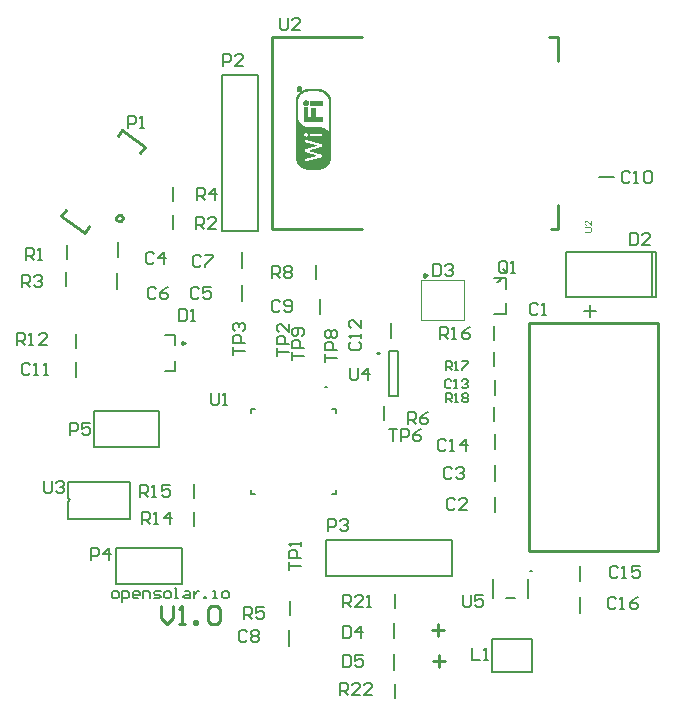
<source format=gto>
G04 Layer_Color=65535*
%FSLAX25Y25*%
%MOIN*%
G70*
G01*
G75*
%ADD32C,0.01000*%
%ADD34C,0.00500*%
%ADD42C,0.00600*%
%ADD43C,0.00787*%
%ADD44C,0.00984*%
%ADD45C,0.00800*%
%ADD46C,0.00400*%
%ADD47C,0.00050*%
G36*
X195232Y166478D02*
X195267D01*
X195309Y166474D01*
X195355Y166470D01*
X195451Y166458D01*
X195551Y166443D01*
X195651Y166424D01*
X195739Y166393D01*
X195743D01*
X195751Y166389D01*
X195762Y166385D01*
X195778Y166378D01*
X195816Y166355D01*
X195870Y166324D01*
X195927Y166282D01*
X195989Y166228D01*
X196046Y166159D01*
X196104Y166082D01*
Y166078D01*
X196112Y166071D01*
X196116Y166059D01*
X196127Y166040D01*
X196135Y166021D01*
X196146Y165994D01*
X196162Y165959D01*
X196173Y165925D01*
X196185Y165886D01*
X196200Y165840D01*
X196212Y165794D01*
X196219Y165740D01*
X196235Y165625D01*
X196242Y165495D01*
Y165491D01*
Y165479D01*
Y165460D01*
X196238Y165437D01*
Y165406D01*
X196235Y165372D01*
X196231Y165333D01*
X196227Y165291D01*
X196212Y165199D01*
X196192Y165103D01*
X196162Y165003D01*
X196123Y164915D01*
Y164911D01*
X196116Y164903D01*
X196112Y164895D01*
X196100Y164880D01*
X196073Y164838D01*
X196031Y164792D01*
X195981Y164738D01*
X195923Y164688D01*
X195851Y164638D01*
X195770Y164596D01*
X195766D01*
X195758Y164592D01*
X195747Y164588D01*
X195728Y164581D01*
X195705Y164573D01*
X195674Y164565D01*
X195639Y164558D01*
X195601Y164550D01*
X195559Y164538D01*
X195513Y164531D01*
X195459Y164523D01*
X195405Y164515D01*
X195344Y164508D01*
X195278Y164504D01*
X195209Y164500D01*
X193677D01*
Y164834D01*
X195217D01*
X195248Y164838D01*
X195321Y164842D01*
X195397Y164849D01*
X195478Y164857D01*
X195555Y164873D01*
X195589Y164880D01*
X195620Y164892D01*
X195628Y164895D01*
X195647Y164903D01*
X195674Y164919D01*
X195709Y164942D01*
X195747Y164969D01*
X195789Y165007D01*
X195827Y165049D01*
X195862Y165103D01*
X195866Y165111D01*
X195874Y165130D01*
X195889Y165161D01*
X195900Y165203D01*
X195916Y165257D01*
X195931Y165318D01*
X195939Y165387D01*
X195943Y165464D01*
Y165468D01*
Y165479D01*
Y165498D01*
X195939Y165525D01*
Y165556D01*
X195935Y165591D01*
X195923Y165667D01*
X195900Y165756D01*
X195874Y165840D01*
X195831Y165921D01*
X195808Y165959D01*
X195778Y165990D01*
X195774D01*
X195770Y165998D01*
X195758Y166005D01*
X195743Y166013D01*
X195724Y166028D01*
X195701Y166040D01*
X195670Y166055D01*
X195635Y166071D01*
X195593Y166082D01*
X195547Y166097D01*
X195497Y166113D01*
X195436Y166124D01*
X195371Y166132D01*
X195301Y166140D01*
X195221Y166147D01*
X193677D01*
Y166481D01*
X195198D01*
X195232Y166478D01*
D02*
G37*
G36*
X196200Y166869D02*
X196158D01*
X196131Y166873D01*
X196100Y166877D01*
X196066Y166881D01*
X196027Y166892D01*
X195989Y166904D01*
X195985D01*
X195981Y166908D01*
X195958Y166915D01*
X195927Y166931D01*
X195881Y166954D01*
X195831Y166981D01*
X195774Y167019D01*
X195716Y167057D01*
X195655Y167107D01*
X195651D01*
X195647Y167115D01*
X195624Y167134D01*
X195589Y167165D01*
X195543Y167211D01*
X195490Y167269D01*
X195424Y167338D01*
X195351Y167422D01*
X195271Y167514D01*
X195267Y167518D01*
X195255Y167534D01*
X195240Y167553D01*
X195213Y167580D01*
X195186Y167614D01*
X195152Y167653D01*
X195079Y167737D01*
X194990Y167829D01*
X194902Y167921D01*
X194860Y167967D01*
X194818Y168006D01*
X194775Y168041D01*
X194737Y168071D01*
X194733D01*
X194729Y168079D01*
X194718Y168087D01*
X194702Y168094D01*
X194664Y168117D01*
X194614Y168144D01*
X194556Y168171D01*
X194495Y168194D01*
X194426Y168209D01*
X194361Y168217D01*
X194353D01*
X194330Y168213D01*
X194295Y168209D01*
X194253Y168202D01*
X194203Y168183D01*
X194153Y168159D01*
X194099Y168129D01*
X194050Y168083D01*
X194046Y168075D01*
X194030Y168060D01*
X194011Y168029D01*
X193984Y167991D01*
X193961Y167941D01*
X193942Y167883D01*
X193927Y167814D01*
X193923Y167737D01*
Y167733D01*
Y167726D01*
Y167714D01*
X193927Y167699D01*
X193931Y167660D01*
X193938Y167610D01*
X193957Y167553D01*
X193981Y167491D01*
X194015Y167434D01*
X194061Y167380D01*
X194069Y167376D01*
X194084Y167361D01*
X194115Y167338D01*
X194157Y167315D01*
X194211Y167288D01*
X194272Y167269D01*
X194345Y167253D01*
X194430Y167246D01*
X194395Y166927D01*
X194380D01*
X194361Y166931D01*
X194338Y166935D01*
X194307Y166942D01*
X194272Y166946D01*
X194195Y166969D01*
X194107Y167000D01*
X194019Y167042D01*
X193931Y167100D01*
X193892Y167130D01*
X193854Y167169D01*
X193850Y167173D01*
X193846Y167180D01*
X193835Y167192D01*
X193823Y167207D01*
X193812Y167230D01*
X193792Y167257D01*
X193777Y167288D01*
X193758Y167322D01*
X193742Y167361D01*
X193723Y167403D01*
X193708Y167453D01*
X193696Y167503D01*
X193673Y167618D01*
X193669Y167680D01*
X193666Y167745D01*
Y167749D01*
Y167760D01*
Y167779D01*
X193669Y167806D01*
X193673Y167837D01*
X193677Y167871D01*
X193681Y167910D01*
X193693Y167952D01*
X193716Y168044D01*
X193750Y168140D01*
X193773Y168190D01*
X193800Y168236D01*
X193835Y168279D01*
X193869Y168321D01*
X193873Y168325D01*
X193877Y168328D01*
X193888Y168340D01*
X193904Y168355D01*
X193927Y168371D01*
X193950Y168390D01*
X194007Y168428D01*
X194080Y168467D01*
X194165Y168501D01*
X194261Y168528D01*
X194315Y168532D01*
X194368Y168536D01*
X194395D01*
X194426Y168532D01*
X194464Y168528D01*
X194510Y168520D01*
X194560Y168509D01*
X194614Y168494D01*
X194668Y168471D01*
X194676Y168467D01*
X194695Y168459D01*
X194722Y168444D01*
X194760Y168421D01*
X194806Y168394D01*
X194860Y168359D01*
X194914Y168313D01*
X194975Y168263D01*
X194983Y168255D01*
X195006Y168236D01*
X195040Y168202D01*
X195063Y168179D01*
X195090Y168152D01*
X195121Y168121D01*
X195156Y168083D01*
X195190Y168044D01*
X195232Y168002D01*
X195275Y167956D01*
X195321Y167902D01*
X195367Y167849D01*
X195421Y167787D01*
X195424Y167783D01*
X195432Y167775D01*
X195443Y167760D01*
X195459Y167741D01*
X195497Y167695D01*
X195547Y167637D01*
X195601Y167580D01*
X195655Y167518D01*
X195701Y167468D01*
X195720Y167449D01*
X195739Y167430D01*
X195743Y167426D01*
X195755Y167418D01*
X195770Y167403D01*
X195793Y167384D01*
X195843Y167342D01*
X195904Y167299D01*
Y168540D01*
X196200D01*
Y166869D01*
D02*
G37*
D32*
X125276Y124587D02*
X124488D01*
X125276D01*
X141000Y150300D02*
X140250Y150733D01*
Y149867D01*
X141000Y150300D01*
X39676Y169438D02*
X39257Y170308D01*
X38315Y170523D01*
X37560Y169921D01*
Y168955D01*
X38315Y168352D01*
X39257Y168567D01*
X39676Y169438D01*
X37986Y196756D02*
X39341Y198691D01*
X45500Y191014D02*
X47081Y193272D01*
X26983Y164569D02*
X28564Y166827D01*
X19243Y169989D02*
X20824Y172246D01*
X39341Y198691D02*
X47081Y193272D01*
X19243Y169989D02*
X26983Y164569D01*
X175000Y58500D02*
X218000D01*
X175000Y134500D02*
X218000D01*
X175000Y58500D02*
Y134500D01*
X218000Y58500D02*
Y134500D01*
X89300Y165900D02*
X119300D01*
X182300D02*
X184800D01*
Y173900D01*
Y221900D02*
Y229900D01*
X181800D02*
X184800D01*
X89300D02*
X119300D01*
X89300Y165900D02*
Y229900D01*
X52300Y40098D02*
Y36099D01*
X54299Y34100D01*
X56299Y36099D01*
Y40098D01*
X58298Y34100D02*
X60297D01*
X59298D01*
Y40098D01*
X58298Y39098D01*
X63296Y34100D02*
Y35100D01*
X64296D01*
Y34100D01*
X63296D01*
X68295Y39098D02*
X69295Y40098D01*
X71294D01*
X72294Y39098D01*
Y35100D01*
X71294Y34100D01*
X69295D01*
X68295Y35100D01*
Y39098D01*
X142800Y31999D02*
X146799D01*
X144799Y33998D02*
Y30000D01*
X143100Y21699D02*
X147099D01*
X145099Y23698D02*
Y19700D01*
D34*
X109335Y105673D02*
X110673D01*
Y104335D02*
Y105673D01*
Y77327D02*
Y78665D01*
X109335Y77327D02*
X110673D01*
X82327D02*
X83665D01*
X82327D02*
Y78665D01*
Y104335D02*
Y105673D01*
X83665D01*
X128500Y110020D02*
Y124980D01*
X131500D01*
Y110020D02*
Y124980D01*
X128500Y110020D02*
X131500D01*
X167425Y42850D02*
X170575D01*
X174709D02*
Y49150D01*
X163291Y42850D02*
Y49150D01*
X149199Y115199D02*
X148699Y115699D01*
X147700D01*
X147200Y115199D01*
Y113200D01*
X147700Y112700D01*
X148699D01*
X149199Y113200D01*
X150199Y112700D02*
X151199D01*
X150699D01*
Y115699D01*
X150199Y115199D01*
X152698D02*
X153198Y115699D01*
X154198D01*
X154698Y115199D01*
Y114699D01*
X154198Y114199D01*
X153698D01*
X154198D01*
X154698Y113700D01*
Y113200D01*
X154198Y112700D01*
X153198D01*
X152698Y113200D01*
X147300Y118700D02*
Y121699D01*
X148800D01*
X149299Y121199D01*
Y120200D01*
X148800Y119700D01*
X147300D01*
X148300D02*
X149299Y118700D01*
X150299D02*
X151299D01*
X150799D01*
Y121699D01*
X150299Y121199D01*
X152798Y121699D02*
X154798D01*
Y121199D01*
X152798Y119200D01*
Y118700D01*
X147400Y108000D02*
Y110999D01*
X148899D01*
X149399Y110499D01*
Y109500D01*
X148899Y109000D01*
X147400D01*
X148400D02*
X149399Y108000D01*
X150399D02*
X151399D01*
X150899D01*
Y110999D01*
X150399Y110499D01*
X152898D02*
X153398Y110999D01*
X154398D01*
X154898Y110499D01*
Y109999D01*
X154398Y109500D01*
X154898Y109000D01*
Y108500D01*
X154398Y108000D01*
X153398D01*
X152898Y108500D01*
Y109000D01*
X153398Y109500D01*
X152898Y109999D01*
Y110499D01*
X153398Y109500D02*
X154398D01*
D42*
X164396Y148200D02*
X165311Y148511D01*
X165700Y149396D01*
X167300Y145900D02*
Y149400D01*
X163600Y137600D02*
X167300D01*
Y141100D01*
X165700Y149400D02*
X167300D01*
X163600D02*
X165700D01*
X89500Y149500D02*
Y153499D01*
X91499D01*
X92166Y152832D01*
Y151499D01*
X91499Y150833D01*
X89500D01*
X90833D02*
X92166Y149500D01*
X93499Y152832D02*
X94165Y153499D01*
X95498D01*
X96165Y152832D01*
Y152166D01*
X95498Y151499D01*
X96165Y150833D01*
Y150166D01*
X95498Y149500D01*
X94165D01*
X93499Y150166D01*
Y150833D01*
X94165Y151499D01*
X93499Y152166D01*
Y152832D01*
X94165Y151499D02*
X95498D01*
X143000Y153999D02*
Y150000D01*
X144999D01*
X145666Y150666D01*
Y153332D01*
X144999Y153999D01*
X143000D01*
X146999Y153332D02*
X147665Y153999D01*
X148998D01*
X149664Y153332D01*
Y152666D01*
X148998Y151999D01*
X148332D01*
X148998D01*
X149664Y151333D01*
Y150666D01*
X148998Y150000D01*
X147665D01*
X146999Y150666D01*
X115500Y119499D02*
Y116166D01*
X116166Y115500D01*
X117499D01*
X118166Y116166D01*
Y119499D01*
X121498Y115500D02*
Y119499D01*
X119499Y117499D01*
X122164D01*
X22000Y97000D02*
Y100999D01*
X23999D01*
X24666Y100332D01*
Y98999D01*
X23999Y98333D01*
X22000D01*
X28664Y100999D02*
X25999D01*
Y98999D01*
X27332Y99666D01*
X27998D01*
X28664Y98999D01*
Y97666D01*
X27998Y97000D01*
X26665D01*
X25999Y97666D01*
X29200Y55600D02*
Y59599D01*
X31199D01*
X31866Y58932D01*
Y57599D01*
X31199Y56933D01*
X29200D01*
X35198Y55600D02*
Y59599D01*
X33199Y57599D01*
X35864D01*
X108200Y65200D02*
Y69199D01*
X110199D01*
X110866Y68532D01*
Y67199D01*
X110199Y66533D01*
X108200D01*
X112199Y68532D02*
X112865Y69199D01*
X114198D01*
X114865Y68532D01*
Y67866D01*
X114198Y67199D01*
X113532D01*
X114198D01*
X114865Y66533D01*
Y65866D01*
X114198Y65200D01*
X112865D01*
X112199Y65866D01*
X73100Y220000D02*
Y223999D01*
X75099D01*
X75766Y223332D01*
Y221999D01*
X75099Y221333D01*
X73100D01*
X79764Y220000D02*
X77099D01*
X79764Y222666D01*
Y223332D01*
X79098Y223999D01*
X77765D01*
X77099Y223332D01*
X13300Y81899D02*
Y78566D01*
X13966Y77900D01*
X15299D01*
X15966Y78566D01*
Y81899D01*
X17299Y81232D02*
X17965Y81899D01*
X19298D01*
X19964Y81232D01*
Y80566D01*
X19298Y79899D01*
X18632D01*
X19298D01*
X19964Y79233D01*
Y78566D01*
X19298Y77900D01*
X17965D01*
X17299Y78566D01*
X69000Y110999D02*
Y107667D01*
X69666Y107000D01*
X70999D01*
X71666Y107667D01*
Y110999D01*
X72999Y107000D02*
X74332D01*
X73665D01*
Y110999D01*
X72999Y110332D01*
X41500Y199500D02*
Y203499D01*
X43499D01*
X44166Y202832D01*
Y201499D01*
X43499Y200833D01*
X41500D01*
X45499Y199500D02*
X46832D01*
X46165D01*
Y203499D01*
X45499Y202832D01*
X134700Y100800D02*
Y104799D01*
X136699D01*
X137366Y104132D01*
Y102799D01*
X136699Y102133D01*
X134700D01*
X136033D02*
X137366Y100800D01*
X141365Y104799D02*
X140032Y104132D01*
X138699Y102799D01*
Y101466D01*
X139365Y100800D01*
X140698D01*
X141365Y101466D01*
Y102133D01*
X140698Y102799D01*
X138699D01*
X178166Y140332D02*
X177499Y140999D01*
X176166D01*
X175500Y140332D01*
Y137666D01*
X176166Y137000D01*
X177499D01*
X178166Y137666D01*
X179499Y137000D02*
X180832D01*
X180165D01*
Y140999D01*
X179499Y140332D01*
X92166Y141332D02*
X91499Y141999D01*
X90166D01*
X89500Y141332D01*
Y138666D01*
X90166Y138000D01*
X91499D01*
X92166Y138666D01*
X93499D02*
X94165Y138000D01*
X95498D01*
X96165Y138666D01*
Y141332D01*
X95498Y141999D01*
X94165D01*
X93499Y141332D01*
Y140666D01*
X94165Y139999D01*
X96165D01*
X208666Y184432D02*
X207999Y185099D01*
X206666D01*
X206000Y184432D01*
Y181766D01*
X206666Y181100D01*
X207999D01*
X208666Y181766D01*
X209999Y181100D02*
X211332D01*
X210665D01*
Y185099D01*
X209999Y184432D01*
X213331D02*
X213997Y185099D01*
X215330D01*
X215997Y184432D01*
Y181766D01*
X215330Y181100D01*
X213997D01*
X213331Y181766D01*
Y184432D01*
X115794Y128166D02*
X115127Y127499D01*
Y126166D01*
X115794Y125500D01*
X118459D01*
X119126Y126166D01*
Y127499D01*
X118459Y128166D01*
X119126Y129499D02*
Y130832D01*
Y130165D01*
X115127D01*
X115794Y129499D01*
X119126Y135497D02*
Y132831D01*
X116460Y135497D01*
X115794D01*
X115127Y134830D01*
Y133497D01*
X115794Y132831D01*
X147566Y95132D02*
X146899Y95799D01*
X145566D01*
X144900Y95132D01*
Y92466D01*
X145566Y91800D01*
X146899D01*
X147566Y92466D01*
X148899Y91800D02*
X150232D01*
X149565D01*
Y95799D01*
X148899Y95132D01*
X154230Y91800D02*
Y95799D01*
X152231Y93799D01*
X154897D01*
X204666Y52832D02*
X203999Y53499D01*
X202666D01*
X202000Y52832D01*
Y50166D01*
X202666Y49500D01*
X203999D01*
X204666Y50166D01*
X205999Y49500D02*
X207332D01*
X206665D01*
Y53499D01*
X205999Y52832D01*
X211997Y53499D02*
X209331D01*
Y51499D01*
X210664Y52166D01*
X211330D01*
X211997Y51499D01*
Y50166D01*
X211330Y49500D01*
X209997D01*
X209331Y50166D01*
X204103Y42332D02*
X203436Y42999D01*
X202103D01*
X201437Y42332D01*
Y39666D01*
X202103Y39000D01*
X203436D01*
X204103Y39666D01*
X205436Y39000D02*
X206769D01*
X206102D01*
Y42999D01*
X205436Y42332D01*
X211434Y42999D02*
X210101Y42332D01*
X208768Y40999D01*
Y39666D01*
X209434Y39000D01*
X210767D01*
X211434Y39666D01*
Y40333D01*
X210767Y40999D01*
X208768D01*
X156000Y25999D02*
Y22000D01*
X158666D01*
X159999D02*
X161332D01*
X160665D01*
Y25999D01*
X159999Y25332D01*
X167666Y151666D02*
Y154332D01*
X166999Y154999D01*
X165666D01*
X165000Y154332D01*
Y151666D01*
X165666Y151000D01*
X166999D01*
X166333Y152333D02*
X167666Y151000D01*
X166999D02*
X167666Y151666D01*
X168999Y151000D02*
X170332D01*
X169665D01*
Y154999D01*
X168999Y154332D01*
X7500Y155500D02*
Y159499D01*
X9499D01*
X10166Y158832D01*
Y157499D01*
X9499Y156833D01*
X7500D01*
X8833D02*
X10166Y155500D01*
X11499D02*
X12832D01*
X12165D01*
Y159499D01*
X11499Y158832D01*
X64174Y165951D02*
Y169950D01*
X66174D01*
X66840Y169283D01*
Y167950D01*
X66174Y167284D01*
X64174D01*
X65507D02*
X66840Y165951D01*
X70839D02*
X68173D01*
X70839Y168617D01*
Y169283D01*
X70173Y169950D01*
X68840D01*
X68173Y169283D01*
X6000Y146500D02*
Y150499D01*
X7999D01*
X8666Y149832D01*
Y148499D01*
X7999Y147833D01*
X6000D01*
X7333D02*
X8666Y146500D01*
X9999Y149832D02*
X10665Y150499D01*
X11998D01*
X12664Y149832D01*
Y149166D01*
X11998Y148499D01*
X11332D01*
X11998D01*
X12664Y147833D01*
Y147167D01*
X11998Y146500D01*
X10665D01*
X9999Y147167D01*
X64400Y175400D02*
Y179399D01*
X66399D01*
X67066Y178732D01*
Y177399D01*
X66399Y176733D01*
X64400D01*
X65733D02*
X67066Y175400D01*
X70398D02*
Y179399D01*
X68399Y177399D01*
X71065D01*
X46043Y67500D02*
Y71499D01*
X48043D01*
X48709Y70832D01*
Y69499D01*
X48043Y68833D01*
X46043D01*
X47376D02*
X48709Y67500D01*
X50042D02*
X51375D01*
X50709D01*
Y71499D01*
X50042Y70832D01*
X55374Y67500D02*
Y71499D01*
X53374Y69499D01*
X56040D01*
X45457Y76500D02*
Y80499D01*
X47456D01*
X48123Y79832D01*
Y78499D01*
X47456Y77833D01*
X45457D01*
X46790D02*
X48123Y76500D01*
X49455D02*
X50788D01*
X50122D01*
Y80499D01*
X49455Y79832D01*
X55453Y80499D02*
X52788D01*
Y78499D01*
X54121Y79166D01*
X54787D01*
X55453Y78499D01*
Y77166D01*
X54787Y76500D01*
X53454D01*
X52788Y77166D01*
X145400Y129100D02*
Y133099D01*
X147399D01*
X148066Y132432D01*
Y131099D01*
X147399Y130433D01*
X145400D01*
X146733D02*
X148066Y129100D01*
X149399D02*
X150732D01*
X150065D01*
Y133099D01*
X149399Y132432D01*
X155397Y133099D02*
X154064Y132432D01*
X152731Y131099D01*
Y129766D01*
X153397Y129100D01*
X154730D01*
X155397Y129766D01*
Y130433D01*
X154730Y131099D01*
X152731D01*
X153260Y43833D02*
Y40501D01*
X153926Y39835D01*
X155259D01*
X155926Y40501D01*
Y43833D01*
X159924D02*
X157258D01*
Y41834D01*
X158591Y42500D01*
X159258D01*
X159924Y41834D01*
Y40501D01*
X159258Y39835D01*
X157925D01*
X157258Y40501D01*
X150603Y75332D02*
X149936Y75999D01*
X148603D01*
X147937Y75332D01*
Y72666D01*
X148603Y72000D01*
X149936D01*
X150603Y72666D01*
X154602Y72000D02*
X151936D01*
X154602Y74666D01*
Y75332D01*
X153935Y75999D01*
X152602D01*
X151936Y75332D01*
X149540Y85832D02*
X148873Y86499D01*
X147540D01*
X146874Y85832D01*
Y83166D01*
X147540Y82500D01*
X148873D01*
X149540Y83166D01*
X150873Y85832D02*
X151539Y86499D01*
X152872D01*
X153539Y85832D01*
Y85166D01*
X152872Y84499D01*
X152206D01*
X152872D01*
X153539Y83833D01*
Y83166D01*
X152872Y82500D01*
X151539D01*
X150873Y83166D01*
X50166Y157332D02*
X49499Y157999D01*
X48166D01*
X47500Y157332D01*
Y154666D01*
X48166Y154000D01*
X49499D01*
X50166Y154666D01*
X53498Y154000D02*
Y157999D01*
X51499Y155999D01*
X54164D01*
X65166Y145832D02*
X64499Y146499D01*
X63166D01*
X62500Y145832D01*
Y143166D01*
X63166Y142500D01*
X64499D01*
X65166Y143166D01*
X69165Y146499D02*
X66499D01*
Y144499D01*
X67832Y145166D01*
X68498D01*
X69165Y144499D01*
Y143166D01*
X68498Y142500D01*
X67165D01*
X66499Y143166D01*
X50666Y145832D02*
X49999Y146499D01*
X48666D01*
X48000Y145832D01*
Y143166D01*
X48666Y142500D01*
X49999D01*
X50666Y143166D01*
X54664Y146499D02*
X53332Y145832D01*
X51999Y144499D01*
Y143166D01*
X52665Y142500D01*
X53998D01*
X54664Y143166D01*
Y143833D01*
X53998Y144499D01*
X51999D01*
X65666Y156332D02*
X64999Y156999D01*
X63666D01*
X63000Y156332D01*
Y153666D01*
X63666Y153000D01*
X64999D01*
X65666Y153666D01*
X66999Y156999D02*
X69665D01*
Y156332D01*
X66999Y153666D01*
Y153000D01*
X81166Y31332D02*
X80499Y31999D01*
X79166D01*
X78500Y31332D01*
Y28666D01*
X79166Y28000D01*
X80499D01*
X81166Y28666D01*
X82499Y31332D02*
X83165Y31999D01*
X84498D01*
X85164Y31332D01*
Y30666D01*
X84498Y29999D01*
X85164Y29333D01*
Y28666D01*
X84498Y28000D01*
X83165D01*
X82499Y28666D01*
Y29333D01*
X83165Y29999D01*
X82499Y30666D01*
Y31332D01*
X83165Y29999D02*
X84498D01*
X8666Y120332D02*
X7999Y120999D01*
X6667D01*
X6000Y120332D01*
Y117666D01*
X6667Y117000D01*
X7999D01*
X8666Y117666D01*
X9999Y117000D02*
X11332D01*
X10665D01*
Y120999D01*
X9999Y120332D01*
X13331Y117000D02*
X14664D01*
X13997D01*
Y120999D01*
X13331Y120332D01*
X58500Y138999D02*
Y135000D01*
X60499D01*
X61166Y135667D01*
Y138332D01*
X60499Y138999D01*
X58500D01*
X62499Y135000D02*
X63832D01*
X63165D01*
Y138999D01*
X62499Y138332D01*
X80200Y35900D02*
Y39899D01*
X82199D01*
X82866Y39232D01*
Y37899D01*
X82199Y37233D01*
X80200D01*
X81533D02*
X82866Y35900D01*
X86865Y39899D02*
X84199D01*
Y37899D01*
X85532Y38566D01*
X86198D01*
X86865Y37899D01*
Y36566D01*
X86198Y35900D01*
X84865D01*
X84199Y36566D01*
X4457Y127000D02*
Y130999D01*
X6456D01*
X7123Y130332D01*
Y128999D01*
X6456Y128333D01*
X4457D01*
X5790D02*
X7123Y127000D01*
X8455D02*
X9788D01*
X9122D01*
Y130999D01*
X8455Y130332D01*
X14454Y127000D02*
X11788D01*
X14454Y129666D01*
Y130332D01*
X13787Y130999D01*
X12454D01*
X11788Y130332D01*
X113013Y39900D02*
Y43899D01*
X115013D01*
X115679Y43232D01*
Y41899D01*
X115013Y41233D01*
X113013D01*
X114346D02*
X115679Y39900D01*
X119678D02*
X117012D01*
X119678Y42566D01*
Y43232D01*
X119011Y43899D01*
X117678D01*
X117012Y43232D01*
X121011Y39900D02*
X122344D01*
X121677D01*
Y43899D01*
X121011Y43232D01*
X112057Y10400D02*
Y14399D01*
X114056D01*
X114723Y13732D01*
Y12399D01*
X114056Y11733D01*
X112057D01*
X113390D02*
X114723Y10400D01*
X118721D02*
X116055D01*
X118721Y13066D01*
Y13732D01*
X118055Y14399D01*
X116722D01*
X116055Y13732D01*
X122720Y10400D02*
X120054D01*
X122720Y13066D01*
Y13732D01*
X122054Y14399D01*
X120721D01*
X120054Y13732D01*
X95101Y52100D02*
Y54766D01*
Y53433D01*
X99100D01*
Y56099D02*
X95101D01*
Y58098D01*
X95768Y58764D01*
X97101D01*
X97767Y58098D01*
Y56099D01*
X99100Y60097D02*
Y61430D01*
Y60764D01*
X95101D01*
X95768Y60097D01*
X91001Y123500D02*
Y126166D01*
Y124833D01*
X95000D01*
Y127499D02*
X91001D01*
Y129498D01*
X91668Y130165D01*
X93001D01*
X93667Y129498D01*
Y127499D01*
X95000Y134163D02*
Y131497D01*
X92334Y134163D01*
X91668D01*
X91001Y133497D01*
Y132164D01*
X91668Y131497D01*
X76501Y123900D02*
Y126566D01*
Y125233D01*
X80500D01*
Y127899D02*
X76501D01*
Y129898D01*
X77168Y130564D01*
X78501D01*
X79167Y129898D01*
Y127899D01*
X77168Y131897D02*
X76501Y132564D01*
Y133897D01*
X77168Y134563D01*
X77834D01*
X78501Y133897D01*
Y133230D01*
Y133897D01*
X79167Y134563D01*
X79834D01*
X80500Y133897D01*
Y132564D01*
X79834Y131897D01*
X128500Y98999D02*
X131166D01*
X129833D01*
Y95000D01*
X132499D02*
Y98999D01*
X134498D01*
X135164Y98332D01*
Y96999D01*
X134498Y96333D01*
X132499D01*
X139163Y98999D02*
X137830Y98332D01*
X136497Y96999D01*
Y95666D01*
X137164Y95000D01*
X138497D01*
X139163Y95666D01*
Y96333D01*
X138497Y96999D01*
X136497D01*
X107001Y121500D02*
Y124166D01*
Y122833D01*
X111000D01*
Y125499D02*
X107001D01*
Y127498D01*
X107668Y128165D01*
X109001D01*
X109667Y127498D01*
Y125499D01*
X107668Y129497D02*
X107001Y130164D01*
Y131497D01*
X107668Y132163D01*
X108334D01*
X109001Y131497D01*
X109667Y132163D01*
X110334D01*
X111000Y131497D01*
Y130164D01*
X110334Y129497D01*
X109667D01*
X109001Y130164D01*
X108334Y129497D01*
X107668D01*
X109001Y130164D02*
Y131497D01*
X96001Y122000D02*
Y124666D01*
Y123333D01*
X100000D01*
Y125999D02*
X96001D01*
Y127998D01*
X96668Y128665D01*
X98001D01*
X98667Y127998D01*
Y125999D01*
X99334Y129997D02*
X100000Y130664D01*
Y131997D01*
X99334Y132663D01*
X96668D01*
X96001Y131997D01*
Y130664D01*
X96668Y129997D01*
X97334D01*
X98001Y130664D01*
Y132663D01*
X112974Y33399D02*
Y29400D01*
X114973D01*
X115640Y30066D01*
Y32732D01*
X114973Y33399D01*
X112974D01*
X118972Y29400D02*
Y33399D01*
X116973Y31399D01*
X119639D01*
X113100Y23899D02*
Y19900D01*
X115099D01*
X115766Y20567D01*
Y23232D01*
X115099Y23899D01*
X113100D01*
X119764D02*
X117099D01*
Y21899D01*
X118432Y22566D01*
X119098D01*
X119764Y21899D01*
Y20567D01*
X119098Y19900D01*
X117765D01*
X117099Y20567D01*
X92100Y236199D02*
Y232866D01*
X92766Y232200D01*
X94099D01*
X94766Y232866D01*
Y236199D01*
X98764Y232200D02*
X96099D01*
X98764Y234866D01*
Y235532D01*
X98098Y236199D01*
X96765D01*
X96099Y235532D01*
D43*
X107917Y113154D02*
X107130D01*
X107917D01*
X21602Y74778D02*
X22242Y75417D01*
X21602Y76057D01*
X176284Y51906D02*
X175496D01*
X176284D01*
X163543Y101638D02*
Y106362D01*
X163543Y120138D02*
Y124862D01*
X163937Y110441D02*
Y115559D01*
X104000Y149138D02*
Y153862D01*
X57256Y118595D02*
Y121744D01*
X53713Y118595D02*
X57256D01*
Y127256D02*
Y130405D01*
X53713D02*
X57256D01*
X129063Y129441D02*
Y134559D01*
X21602Y69256D02*
Y74778D01*
Y76057D02*
Y81579D01*
X42075D01*
Y69256D02*
Y81579D01*
X21602Y69256D02*
X42075D01*
X216179Y143000D02*
X217449D01*
X216199Y158020D02*
X217449D01*
Y143000D02*
Y158020D01*
X216179Y143000D02*
X216201D01*
X216179Y158000D02*
X216201Y157978D01*
X187528Y151216D02*
Y158000D01*
X216179D01*
Y143000D02*
Y158000D01*
X187528Y143000D02*
X216179D01*
X187528D02*
Y151216D01*
X162807Y23500D02*
Y29012D01*
X176193D01*
Y17988D02*
Y29012D01*
X162807Y17988D02*
X176193D01*
X162807D02*
Y23500D01*
X79563Y141941D02*
Y147059D01*
X38063Y156441D02*
Y161559D01*
X79437Y152941D02*
Y158059D01*
X37937Y145941D02*
Y151059D01*
X56543Y175138D02*
Y179862D01*
X20957Y146638D02*
Y151362D01*
X56543Y165638D02*
Y170362D01*
X21043Y155638D02*
Y160362D01*
X105437Y137441D02*
Y142559D01*
X198441Y183063D02*
X203559D01*
X24000Y126138D02*
Y130862D01*
X24063Y116441D02*
Y121559D01*
X63500Y76138D02*
Y80862D01*
X63543Y66638D02*
Y71362D01*
X95543Y37138D02*
Y41862D01*
X95063Y26941D02*
Y32059D01*
X163937Y81941D02*
Y87059D01*
Y71441D02*
Y76559D01*
X130100Y18841D02*
Y23959D01*
X130600Y9538D02*
Y14262D01*
X130037Y29341D02*
Y34459D01*
X130557Y39538D02*
Y44262D01*
X192063Y48441D02*
Y53559D01*
X192000Y37941D02*
Y43059D01*
X163937Y92441D02*
Y97559D01*
X163500Y128638D02*
Y133362D01*
X195500Y136500D02*
Y140500D01*
X193500Y138500D02*
X197500D01*
X126957Y102138D02*
Y106862D01*
D44*
X60307Y127847D02*
X59569Y128273D01*
Y127420D01*
X60307Y127847D01*
D45*
X107500Y50000D02*
Y62000D01*
X149500Y62000D01*
X107500Y50000D02*
X149500Y50000D01*
X149500Y62000D02*
X149500Y50000D01*
X30095Y105004D02*
X51945D01*
Y93094D02*
Y105004D01*
X30095Y93094D02*
X51945D01*
X30095Y105004D02*
X30095Y93094D01*
X37595Y59504D02*
X59445D01*
Y47594D02*
Y59504D01*
X37595Y47594D02*
X59445D01*
X37595Y59504D02*
X37595Y47594D01*
X72900Y165000D02*
X84900D01*
X72900D02*
X72900Y217000D01*
X84900Y217000D02*
X84900Y165000D01*
X72900Y217000D02*
X84900Y217000D01*
X208701Y164499D02*
Y160500D01*
X210700D01*
X211367Y161167D01*
Y163832D01*
X210700Y164499D01*
X208701D01*
X215365Y160500D02*
X212700D01*
X215365Y163166D01*
Y163832D01*
X214699Y164499D01*
X213366D01*
X212700Y163832D01*
X36583Y42700D02*
X37749D01*
X38333Y43283D01*
Y44449D01*
X37749Y45033D01*
X36583D01*
X36000Y44449D01*
Y43283D01*
X36583Y42700D01*
X39499Y41534D02*
Y45033D01*
X41248D01*
X41831Y44449D01*
Y43283D01*
X41248Y42700D01*
X39499D01*
X44747D02*
X43581D01*
X42998Y43283D01*
Y44449D01*
X43581Y45033D01*
X44747D01*
X45330Y44449D01*
Y43866D01*
X42998D01*
X46497Y42700D02*
Y45033D01*
X48246D01*
X48829Y44449D01*
Y42700D01*
X49995D02*
X51745D01*
X52328Y43283D01*
X51745Y43866D01*
X50579D01*
X49995Y44449D01*
X50579Y45033D01*
X52328D01*
X54078Y42700D02*
X55244D01*
X55827Y43283D01*
Y44449D01*
X55244Y45033D01*
X54078D01*
X53494Y44449D01*
Y43283D01*
X54078Y42700D01*
X56993D02*
X58160D01*
X57576D01*
Y46199D01*
X56993D01*
X60492Y45033D02*
X61658D01*
X62242Y44449D01*
Y42700D01*
X60492D01*
X59909Y43283D01*
X60492Y43866D01*
X62242D01*
X63408Y45033D02*
Y42700D01*
Y43866D01*
X63991Y44449D01*
X64574Y45033D01*
X65157D01*
X66907Y42700D02*
Y43283D01*
X67490D01*
Y42700D01*
X66907D01*
X69822D02*
X70989D01*
X70406D01*
Y45033D01*
X69822D01*
X73321Y42700D02*
X74488D01*
X75071Y43283D01*
Y44449D01*
X74488Y45033D01*
X73321D01*
X72738Y44449D01*
Y43283D01*
X73321Y42700D01*
D46*
X153500Y135300D02*
Y148800D01*
X139000Y148800D02*
X153500Y148800D01*
X139000Y148800D02*
X139000Y135300D01*
X153500D01*
D47*
X108950Y189900D02*
Y208400D01*
X108900Y189550D02*
Y208800D01*
X108850Y189300D02*
Y209000D01*
X108800Y189100D02*
Y209200D01*
X108750Y188950D02*
Y209350D01*
X108700Y188800D02*
Y209500D01*
X108650Y188650D02*
Y209650D01*
X108600Y188550D02*
Y209750D01*
X108550Y188450D02*
Y209850D01*
X108500Y208500D02*
Y209950D01*
Y188350D02*
Y197850D01*
X108450Y208850D02*
Y210050D01*
Y188250D02*
Y197900D01*
X108400Y209100D02*
Y210150D01*
Y188150D02*
Y198000D01*
X108350Y209250D02*
Y210250D01*
Y188050D02*
Y198050D01*
X108300Y209400D02*
Y210350D01*
Y187950D02*
Y198100D01*
X108250Y209550D02*
Y210400D01*
Y187900D02*
Y198150D01*
X108200Y209650D02*
Y210500D01*
Y187800D02*
Y198200D01*
X108150Y209750D02*
Y210550D01*
Y187750D02*
Y198250D01*
X108100Y209850D02*
Y210600D01*
Y187650D02*
Y198300D01*
X108050Y209950D02*
Y210700D01*
Y187600D02*
Y198350D01*
X108000Y210050D02*
Y210750D01*
Y187550D02*
Y198400D01*
X107950Y210150D02*
Y210800D01*
Y187500D02*
Y198450D01*
X107900Y210200D02*
Y210850D01*
Y187450D02*
Y198500D01*
X107850Y210300D02*
Y210950D01*
Y187350D02*
Y198550D01*
X107800Y210350D02*
Y211000D01*
Y187300D02*
Y198600D01*
X107750Y210400D02*
Y211050D01*
Y187250D02*
Y198600D01*
X107700Y210500D02*
Y211100D01*
Y187200D02*
Y198650D01*
X107650Y210550D02*
Y211150D01*
Y187150D02*
Y198700D01*
X107600Y210600D02*
Y211200D01*
Y187100D02*
Y198750D01*
X107550Y210650D02*
Y211250D01*
Y187050D02*
Y198800D01*
X107500Y210700D02*
Y211300D01*
Y187000D02*
Y198800D01*
X107450Y210800D02*
Y211350D01*
Y186950D02*
Y198850D01*
X107400Y210850D02*
Y211350D01*
Y186900D02*
Y198900D01*
X107350Y210900D02*
Y211400D01*
Y186900D02*
Y198900D01*
X107300Y210950D02*
Y211450D01*
Y186850D02*
Y198950D01*
X107250Y210950D02*
Y211500D01*
Y186800D02*
Y199000D01*
X107200Y211000D02*
Y211550D01*
Y186750D02*
Y199000D01*
X107150Y211050D02*
Y211550D01*
Y186750D02*
Y199050D01*
X107100Y211100D02*
Y211600D01*
Y186700D02*
Y199100D01*
X107050Y211150D02*
Y211650D01*
Y186650D02*
Y199100D01*
X107000Y211200D02*
Y211700D01*
Y186600D02*
Y199150D01*
X106950Y211200D02*
Y211700D01*
Y186600D02*
Y199150D01*
X106900Y211250D02*
Y211750D01*
Y186550D02*
Y199200D01*
X106850Y211300D02*
Y211800D01*
Y186500D02*
Y199200D01*
X106800Y211350D02*
Y211800D01*
Y186500D02*
Y199250D01*
X106750Y211350D02*
Y211850D01*
Y186450D02*
Y199250D01*
X106700Y211400D02*
Y211850D01*
Y186450D02*
Y199300D01*
X106650Y211450D02*
Y211900D01*
Y186400D02*
Y199300D01*
X106600Y211450D02*
Y211900D01*
Y186350D02*
Y199350D01*
X106550Y211500D02*
Y211950D01*
Y186350D02*
Y199350D01*
X106500Y211500D02*
Y211950D01*
Y186300D02*
Y199350D01*
X106450Y211550D02*
Y212000D01*
Y186300D02*
Y199400D01*
X106400Y211550D02*
Y212000D01*
Y186250D02*
Y199400D01*
X106350Y211600D02*
Y212050D01*
Y186250D02*
Y199450D01*
X106300Y211600D02*
Y212050D01*
Y186250D02*
Y199450D01*
X106250Y211650D02*
Y212100D01*
Y186200D02*
Y199450D01*
X106200Y211650D02*
Y212100D01*
Y186200D02*
Y199500D01*
X106150Y211700D02*
Y212150D01*
Y208500D02*
Y208550D01*
Y207550D02*
Y208350D01*
Y207350D02*
Y207450D01*
Y201900D02*
Y203150D01*
Y197950D02*
Y199500D01*
Y194350D02*
Y196700D01*
Y193450D02*
Y193550D01*
Y193350D02*
Y193400D01*
Y190750D02*
Y193250D01*
Y189900D02*
Y189950D01*
Y186150D02*
Y189800D01*
X106100Y211700D02*
Y212150D01*
Y207250D02*
Y208550D01*
Y201800D02*
Y203150D01*
Y197950D02*
Y199500D01*
Y194350D02*
Y196650D01*
Y190850D02*
Y193250D01*
Y186150D02*
Y189750D01*
X106050Y211750D02*
Y212150D01*
Y207250D02*
Y208550D01*
Y201800D02*
Y203150D01*
Y197950D02*
Y199550D01*
Y194400D02*
Y196650D01*
Y190850D02*
Y193250D01*
Y186150D02*
Y189750D01*
X106000Y211750D02*
Y212200D01*
Y207250D02*
Y208550D01*
Y201800D02*
Y203150D01*
Y197950D02*
Y199550D01*
Y194400D02*
Y196650D01*
Y190850D02*
Y193200D01*
Y186100D02*
Y189750D01*
X105950Y211750D02*
Y212200D01*
Y207250D02*
Y208550D01*
Y201800D02*
Y203150D01*
Y197950D02*
Y199550D01*
Y194400D02*
Y196700D01*
Y190900D02*
Y193200D01*
Y186100D02*
Y189700D01*
X105900Y211800D02*
Y212200D01*
Y207250D02*
Y208550D01*
Y201800D02*
Y203150D01*
Y197950D02*
Y199550D01*
Y194400D02*
Y196700D01*
Y190900D02*
Y193200D01*
Y186050D02*
Y189700D01*
X105850Y211800D02*
Y212250D01*
Y207250D02*
Y208550D01*
Y201800D02*
Y203150D01*
Y197950D02*
Y199600D01*
Y194450D02*
Y196650D01*
Y190900D02*
Y193150D01*
Y186050D02*
Y189700D01*
X105800Y211800D02*
Y212250D01*
Y207250D02*
Y208550D01*
Y201800D02*
Y203150D01*
Y197950D02*
Y199600D01*
Y194450D02*
Y196650D01*
Y190950D02*
Y193150D01*
Y186050D02*
Y189700D01*
X105750Y211850D02*
Y212250D01*
Y207250D02*
Y208550D01*
Y201800D02*
Y203150D01*
Y197950D02*
Y199600D01*
Y194450D02*
Y196650D01*
Y190950D02*
Y193150D01*
Y186050D02*
Y189650D01*
X105700Y211850D02*
Y212300D01*
Y207250D02*
Y208550D01*
Y201800D02*
Y203150D01*
Y197950D02*
Y199600D01*
Y194450D02*
Y196650D01*
Y190950D02*
Y193150D01*
Y186000D02*
Y189650D01*
X105650Y211850D02*
Y212300D01*
Y207250D02*
Y208550D01*
Y201800D02*
Y203150D01*
Y197950D02*
Y199650D01*
Y194500D02*
Y196650D01*
Y190950D02*
Y193100D01*
Y186000D02*
Y189650D01*
X105600Y211900D02*
Y212300D01*
Y207250D02*
Y208550D01*
Y201800D02*
Y203150D01*
Y197950D02*
Y199650D01*
Y194500D02*
Y196650D01*
Y191000D02*
Y193100D01*
Y186000D02*
Y189600D01*
X105550Y211900D02*
Y212300D01*
Y207250D02*
Y208550D01*
Y201800D02*
Y203150D01*
Y197950D02*
Y199650D01*
Y194500D02*
Y196650D01*
Y191000D02*
Y193100D01*
Y185950D02*
Y189600D01*
X105500Y211900D02*
Y212350D01*
Y207250D02*
Y208550D01*
Y201800D02*
Y203150D01*
Y197950D02*
Y199650D01*
Y194550D02*
Y196650D01*
Y191000D02*
Y193050D01*
Y185950D02*
Y189600D01*
X105450Y211900D02*
Y212350D01*
Y207250D02*
Y208550D01*
Y201800D02*
Y203150D01*
Y197950D02*
Y199650D01*
Y194550D02*
Y196650D01*
Y191050D02*
Y193050D01*
Y185950D02*
Y189600D01*
X105400Y211950D02*
Y212350D01*
Y207250D02*
Y208550D01*
Y201800D02*
Y203150D01*
Y197950D02*
Y199700D01*
Y194550D02*
Y196650D01*
Y191050D02*
Y193050D01*
Y185950D02*
Y189550D01*
X105350Y211950D02*
Y212350D01*
Y207250D02*
Y208550D01*
Y201800D02*
Y203150D01*
Y197950D02*
Y199700D01*
Y194550D02*
Y196650D01*
Y191050D02*
Y193050D01*
Y185950D02*
Y189550D01*
X105300Y211950D02*
Y212350D01*
Y207250D02*
Y208550D01*
Y201800D02*
Y203150D01*
Y197950D02*
Y199700D01*
Y194600D02*
Y196650D01*
Y191050D02*
Y193000D01*
Y185900D02*
Y189550D01*
X105250Y211950D02*
Y212400D01*
Y207250D02*
Y208550D01*
Y201800D02*
Y203150D01*
Y197950D02*
Y199700D01*
Y194600D02*
Y196650D01*
Y191100D02*
Y193000D01*
Y185900D02*
Y189550D01*
X105200Y211950D02*
Y212400D01*
Y207250D02*
Y208550D01*
Y201800D02*
Y203150D01*
Y197950D02*
Y199700D01*
Y194600D02*
Y196650D01*
Y191100D02*
Y193000D01*
Y185900D02*
Y189500D01*
X105150Y212000D02*
Y212400D01*
Y207250D02*
Y208550D01*
Y201800D02*
Y203150D01*
Y197950D02*
Y199700D01*
Y194600D02*
Y196650D01*
Y191100D02*
Y192950D01*
Y185900D02*
Y189500D01*
X105100Y212000D02*
Y212400D01*
Y207250D02*
Y208550D01*
Y201800D02*
Y203150D01*
Y197950D02*
Y199700D01*
Y194650D02*
Y196650D01*
Y191150D02*
Y192950D01*
Y185900D02*
Y189500D01*
X105050Y212000D02*
Y212400D01*
Y207250D02*
Y208550D01*
Y201800D02*
Y203150D01*
Y197950D02*
Y199700D01*
Y194650D02*
Y196650D01*
Y191150D02*
Y192950D01*
Y185900D02*
Y189500D01*
X105000Y212000D02*
Y212400D01*
Y207250D02*
Y208550D01*
Y201800D02*
Y203150D01*
Y197950D02*
Y199750D01*
Y194650D02*
Y196650D01*
Y191150D02*
Y192900D01*
Y185900D02*
Y189450D01*
X104950Y212000D02*
Y212450D01*
Y207250D02*
Y208550D01*
Y201800D02*
Y203150D01*
Y197950D02*
Y199750D01*
Y194650D02*
Y196650D01*
Y191150D02*
Y192900D01*
Y185850D02*
Y189450D01*
X104900Y212000D02*
Y212450D01*
Y207250D02*
Y208550D01*
Y201800D02*
Y203150D01*
Y197950D02*
Y199750D01*
Y194700D02*
Y196650D01*
Y191200D02*
Y192900D01*
Y185850D02*
Y189450D01*
X104850Y212000D02*
Y212450D01*
Y207250D02*
Y208550D01*
Y201800D02*
Y203150D01*
Y197950D02*
Y199750D01*
Y194700D02*
Y196650D01*
Y191200D02*
Y192900D01*
Y185850D02*
Y189400D01*
X104800Y212000D02*
Y212450D01*
Y207250D02*
Y208550D01*
Y201800D02*
Y203150D01*
Y197950D02*
Y199750D01*
Y194700D02*
Y196650D01*
Y191200D02*
Y192850D01*
Y185850D02*
Y189400D01*
X104750Y212000D02*
Y212450D01*
Y207250D02*
Y208550D01*
Y201800D02*
Y203150D01*
Y197950D02*
Y199750D01*
Y194700D02*
Y196650D01*
Y191250D02*
Y192850D01*
Y185850D02*
Y189400D01*
X104700Y212000D02*
Y212450D01*
Y207250D02*
Y208550D01*
Y201800D02*
Y203150D01*
Y197950D02*
Y199750D01*
Y194750D02*
Y196650D01*
Y191250D02*
Y192850D01*
Y185850D02*
Y189400D01*
X104650Y212000D02*
Y212450D01*
Y207250D02*
Y208550D01*
Y201800D02*
Y203150D01*
Y197950D02*
Y199750D01*
Y194750D02*
Y196650D01*
Y191250D02*
Y192800D01*
Y185850D02*
Y189350D01*
X104600Y212000D02*
Y212450D01*
Y207250D02*
Y208550D01*
Y201800D02*
Y203150D01*
Y197950D02*
Y199750D01*
Y194750D02*
Y196650D01*
Y191250D02*
Y192800D01*
Y185850D02*
Y189350D01*
X104550Y212000D02*
Y212450D01*
Y207250D02*
Y208550D01*
Y201800D02*
Y203150D01*
Y197950D02*
Y199750D01*
Y194800D02*
Y196650D01*
Y191300D02*
Y192800D01*
Y185850D02*
Y189350D01*
X104500Y212000D02*
Y212450D01*
Y207250D02*
Y208550D01*
Y201800D02*
Y203150D01*
Y197950D02*
Y199750D01*
Y194800D02*
Y196650D01*
Y191300D02*
Y192800D01*
Y185850D02*
Y189350D01*
X104450Y212000D02*
Y212450D01*
Y207250D02*
Y208550D01*
Y201800D02*
Y203150D01*
Y197950D02*
Y199750D01*
Y194800D02*
Y196650D01*
Y191300D02*
Y192750D01*
Y185850D02*
Y189300D01*
X104400Y212000D02*
Y212450D01*
Y207250D02*
Y208550D01*
Y201800D02*
Y203150D01*
Y197950D02*
Y199750D01*
Y194800D02*
Y196650D01*
Y191350D02*
Y192750D01*
Y185850D02*
Y189300D01*
X104350Y212000D02*
Y212450D01*
Y207250D02*
Y208550D01*
Y201800D02*
Y203150D01*
Y197950D02*
Y199750D01*
Y194850D02*
Y196650D01*
Y191350D02*
Y192750D01*
Y185850D02*
Y189300D01*
X104300Y212000D02*
Y212450D01*
Y207250D02*
Y208550D01*
Y201800D02*
Y203150D01*
Y197950D02*
Y199750D01*
Y194850D02*
Y196650D01*
Y191350D02*
Y192750D01*
Y185850D02*
Y189300D01*
X104250Y212000D02*
Y212450D01*
Y207250D02*
Y208550D01*
Y201800D02*
Y203150D01*
Y197950D02*
Y199750D01*
Y194850D02*
Y196650D01*
Y191350D02*
Y192700D01*
Y185850D02*
Y189250D01*
X104200Y212000D02*
Y212450D01*
Y207250D02*
Y208550D01*
Y201800D02*
Y203150D01*
Y197950D02*
Y199750D01*
Y194850D02*
Y196650D01*
Y191400D02*
Y192700D01*
Y185850D02*
Y189250D01*
X104150Y212000D02*
Y212450D01*
Y207250D02*
Y208550D01*
Y201800D02*
Y203150D01*
Y197950D02*
Y199750D01*
Y194900D02*
Y196650D01*
Y191400D02*
Y192700D01*
Y185850D02*
Y189250D01*
X104100Y212000D02*
Y212450D01*
Y207250D02*
Y208550D01*
Y201800D02*
Y203150D01*
Y197950D02*
Y199750D01*
Y194900D02*
Y196650D01*
Y191400D02*
Y192650D01*
Y185850D02*
Y189200D01*
X104050Y212000D02*
Y212450D01*
Y207250D02*
Y208550D01*
Y201800D02*
Y203150D01*
Y197950D02*
Y199750D01*
Y194900D02*
Y196650D01*
Y191450D02*
Y192650D01*
Y185850D02*
Y189200D01*
X104000Y212000D02*
Y212450D01*
Y207250D02*
Y208550D01*
Y201800D02*
Y203150D01*
Y197950D02*
Y199750D01*
Y194900D02*
Y196650D01*
Y193750D02*
Y193800D01*
Y191450D02*
Y192650D01*
Y185850D02*
Y189200D01*
X103950Y212000D02*
Y212450D01*
Y207250D02*
Y208550D01*
Y201800D02*
Y203150D01*
Y197950D02*
Y199750D01*
Y194950D02*
Y196650D01*
Y193750D02*
Y193800D01*
Y191450D02*
Y192600D01*
Y185850D02*
Y189200D01*
X103900Y212000D02*
Y212450D01*
Y207250D02*
Y208550D01*
Y201800D02*
Y203150D01*
Y197950D02*
Y199750D01*
Y194950D02*
Y196650D01*
Y193750D02*
Y193850D01*
Y191500D02*
Y192600D01*
Y185850D02*
Y189150D01*
X103850Y212000D02*
Y212450D01*
Y207250D02*
Y208550D01*
Y201800D02*
Y203150D01*
Y197950D02*
Y199750D01*
Y194950D02*
Y196650D01*
Y193750D02*
Y193850D01*
Y191500D02*
Y192600D01*
Y190350D02*
Y190400D01*
Y185850D02*
Y189150D01*
X103800Y212000D02*
Y212450D01*
Y207250D02*
Y208550D01*
Y201800D02*
Y203150D01*
Y197950D02*
Y199750D01*
Y194950D02*
Y196650D01*
Y193700D02*
Y193850D01*
Y191500D02*
Y192600D01*
Y190300D02*
Y190400D01*
Y185850D02*
Y189150D01*
X103750Y212000D02*
Y212450D01*
Y207250D02*
Y208550D01*
Y201800D02*
Y206150D01*
Y197950D02*
Y199750D01*
Y195000D02*
Y196650D01*
Y193700D02*
Y193850D01*
Y191500D02*
Y192550D01*
Y190300D02*
Y190400D01*
Y185850D02*
Y189150D01*
X103700Y212000D02*
Y212450D01*
Y207250D02*
Y208550D01*
Y201800D02*
Y206150D01*
Y197950D02*
Y199750D01*
Y195000D02*
Y196650D01*
Y193700D02*
Y193900D01*
Y191550D02*
Y192550D01*
Y190300D02*
Y190450D01*
Y185850D02*
Y189100D01*
X103650Y212000D02*
Y212450D01*
Y207250D02*
Y208550D01*
Y201800D02*
Y206150D01*
Y197950D02*
Y199750D01*
Y195000D02*
Y196650D01*
Y193650D02*
Y193900D01*
Y191550D02*
Y192550D01*
Y190300D02*
Y190450D01*
Y185850D02*
Y189100D01*
X103600Y212000D02*
Y212450D01*
Y207250D02*
Y208550D01*
Y201800D02*
Y206150D01*
Y197950D02*
Y199750D01*
Y195050D02*
Y196650D01*
Y193650D02*
Y193900D01*
Y191550D02*
Y192500D01*
Y190250D02*
Y190450D01*
Y185850D02*
Y189100D01*
X103550Y212000D02*
Y212450D01*
Y207250D02*
Y208550D01*
Y201800D02*
Y206150D01*
Y197950D02*
Y199750D01*
Y195050D02*
Y196650D01*
Y193650D02*
Y193900D01*
Y191600D02*
Y192500D01*
Y190250D02*
Y190450D01*
Y185850D02*
Y189050D01*
X103500Y212000D02*
Y212450D01*
Y207250D02*
Y208550D01*
Y201800D02*
Y206150D01*
Y197950D02*
Y199750D01*
Y195050D02*
Y196650D01*
Y193650D02*
Y193900D01*
Y191600D02*
Y192500D01*
Y190250D02*
Y190500D01*
Y185850D02*
Y189050D01*
X103450Y212000D02*
Y212450D01*
Y207250D02*
Y208550D01*
Y201800D02*
Y206150D01*
Y197950D02*
Y199750D01*
Y195050D02*
Y196650D01*
Y193600D02*
Y193950D01*
Y191600D02*
Y192500D01*
Y190250D02*
Y190500D01*
Y185850D02*
Y189050D01*
X103400Y212000D02*
Y212450D01*
Y207250D02*
Y208550D01*
Y201800D02*
Y206150D01*
Y197950D02*
Y199750D01*
Y195100D02*
Y196650D01*
Y193600D02*
Y193950D01*
Y191600D02*
Y192450D01*
Y190250D02*
Y190500D01*
Y185850D02*
Y189050D01*
X103350Y212000D02*
Y212450D01*
Y207250D02*
Y208550D01*
Y201800D02*
Y206150D01*
Y197950D02*
Y199750D01*
Y195100D02*
Y196650D01*
Y193600D02*
Y193950D01*
Y191650D02*
Y192450D01*
Y190200D02*
Y190550D01*
Y185850D02*
Y189000D01*
X103300Y212000D02*
Y212450D01*
Y207250D02*
Y208550D01*
Y201800D02*
Y206150D01*
Y197950D02*
Y199750D01*
Y195100D02*
Y196650D01*
Y193600D02*
Y193950D01*
Y191650D02*
Y192450D01*
Y190200D02*
Y190550D01*
Y185850D02*
Y189000D01*
X103250Y212000D02*
Y212450D01*
Y207250D02*
Y208550D01*
Y201800D02*
Y206150D01*
Y197950D02*
Y199750D01*
Y195100D02*
Y196650D01*
Y193550D02*
Y194000D01*
Y191650D02*
Y192400D01*
Y190200D02*
Y190550D01*
Y185850D02*
Y189000D01*
X103200Y212000D02*
Y212450D01*
Y207250D02*
Y208550D01*
Y201800D02*
Y206150D01*
Y197950D02*
Y199750D01*
Y195150D02*
Y196650D01*
Y193550D02*
Y194000D01*
Y191700D02*
Y192400D01*
Y190200D02*
Y190600D01*
Y185850D02*
Y189000D01*
X103150Y212000D02*
Y212450D01*
Y207250D02*
Y208550D01*
Y201800D02*
Y206150D01*
Y197950D02*
Y199750D01*
Y195150D02*
Y196650D01*
Y193550D02*
Y194000D01*
Y191700D02*
Y192400D01*
Y190150D02*
Y190600D01*
Y185850D02*
Y188950D01*
X103100Y212000D02*
Y212450D01*
Y207250D02*
Y208550D01*
Y201800D02*
Y206150D01*
Y197950D02*
Y199750D01*
Y195150D02*
Y196650D01*
Y193500D02*
Y194000D01*
Y191700D02*
Y192400D01*
Y190150D02*
Y190600D01*
Y185850D02*
Y188950D01*
X103050Y212000D02*
Y212450D01*
Y207250D02*
Y208550D01*
Y201800D02*
Y206150D01*
Y197950D02*
Y199750D01*
Y195150D02*
Y196650D01*
Y193500D02*
Y194050D01*
Y191700D02*
Y192350D01*
Y190150D02*
Y190600D01*
Y185850D02*
Y188950D01*
X103000Y212000D02*
Y212450D01*
Y207250D02*
Y208550D01*
Y201800D02*
Y206150D01*
Y197950D02*
Y199750D01*
Y195200D02*
Y196650D01*
Y193500D02*
Y194050D01*
Y191750D02*
Y192350D01*
Y190150D02*
Y190650D01*
Y185850D02*
Y188950D01*
X102950Y212000D02*
Y212450D01*
Y207250D02*
Y208550D01*
Y201800D02*
Y206150D01*
Y197950D02*
Y199750D01*
Y195200D02*
Y196650D01*
Y193450D02*
Y194050D01*
Y191750D02*
Y192350D01*
Y190150D02*
Y190650D01*
Y185850D02*
Y188900D01*
X102900Y212000D02*
Y212450D01*
Y207250D02*
Y208550D01*
Y201800D02*
Y206150D01*
Y197950D02*
Y199750D01*
Y195200D02*
Y196650D01*
Y193450D02*
Y194050D01*
Y191750D02*
Y192300D01*
Y190100D02*
Y190650D01*
Y185850D02*
Y188900D01*
X102850Y212000D02*
Y212450D01*
Y207250D02*
Y208550D01*
Y201800D02*
Y206150D01*
Y197950D02*
Y199750D01*
Y195200D02*
Y196650D01*
Y193450D02*
Y194050D01*
Y191800D02*
Y192300D01*
Y190100D02*
Y190700D01*
Y185850D02*
Y188900D01*
X102800Y212000D02*
Y212450D01*
Y207250D02*
Y208550D01*
Y201800D02*
Y206150D01*
Y197950D02*
Y199750D01*
Y195250D02*
Y196650D01*
Y193450D02*
Y194100D01*
Y191800D02*
Y192300D01*
Y190100D02*
Y190700D01*
Y185850D02*
Y188850D01*
X102750Y212000D02*
Y212450D01*
Y207250D02*
Y208550D01*
Y201800D02*
Y206150D01*
Y197950D02*
Y199750D01*
Y195250D02*
Y196650D01*
Y193400D02*
Y194100D01*
Y191800D02*
Y192300D01*
Y190100D02*
Y190700D01*
Y185850D02*
Y188850D01*
X102700Y212000D02*
Y212450D01*
Y207250D02*
Y208550D01*
Y201800D02*
Y206150D01*
Y197950D02*
Y199750D01*
Y195250D02*
Y196650D01*
Y193400D02*
Y194100D01*
Y191800D02*
Y192250D01*
Y190050D02*
Y190700D01*
Y185850D02*
Y188850D01*
X102650Y212000D02*
Y212450D01*
Y207250D02*
Y208550D01*
Y201800D02*
Y206150D01*
Y197950D02*
Y199750D01*
Y195300D02*
Y196650D01*
Y193400D02*
Y194100D01*
Y191850D02*
Y192250D01*
Y190050D02*
Y190750D01*
Y185850D02*
Y188850D01*
X102600Y212000D02*
Y212450D01*
Y207250D02*
Y208550D01*
Y201800D02*
Y206150D01*
Y197950D02*
Y199750D01*
Y195300D02*
Y196650D01*
Y193350D02*
Y194150D01*
Y191850D02*
Y192250D01*
Y190050D02*
Y190750D01*
Y185850D02*
Y188800D01*
X102550Y212000D02*
Y212450D01*
Y207250D02*
Y208550D01*
Y201800D02*
Y206150D01*
Y197950D02*
Y199750D01*
Y195300D02*
Y196650D01*
Y193350D02*
Y194150D01*
Y191850D02*
Y192200D01*
Y190050D02*
Y190750D01*
Y185850D02*
Y188800D01*
X102500Y212000D02*
Y212450D01*
Y207250D02*
Y208550D01*
Y201800D02*
Y203150D01*
Y197950D02*
Y199750D01*
Y195300D02*
Y196650D01*
Y193350D02*
Y194150D01*
Y191900D02*
Y192200D01*
Y190050D02*
Y190800D01*
Y185850D02*
Y188800D01*
X102450Y212000D02*
Y212450D01*
Y207250D02*
Y208550D01*
Y201800D02*
Y203150D01*
Y197950D02*
Y199750D01*
Y195350D02*
Y196650D01*
Y193350D02*
Y194150D01*
Y191900D02*
Y192200D01*
Y190000D02*
Y190800D01*
Y185850D02*
Y188800D01*
X102400Y212000D02*
Y212450D01*
Y207250D02*
Y208550D01*
Y201800D02*
Y203150D01*
Y197950D02*
Y199750D01*
Y195350D02*
Y196650D01*
Y193300D02*
Y194200D01*
Y191900D02*
Y192200D01*
Y190000D02*
Y190800D01*
Y185850D02*
Y188750D01*
X102350Y212000D02*
Y212450D01*
Y207250D02*
Y208550D01*
Y201800D02*
Y203150D01*
Y197950D02*
Y199750D01*
Y195350D02*
Y196650D01*
Y193300D02*
Y194200D01*
Y191900D02*
Y192150D01*
Y190000D02*
Y190850D01*
Y185850D02*
Y188750D01*
X102300Y212000D02*
Y212450D01*
Y207250D02*
Y208550D01*
Y201800D02*
Y203150D01*
Y197950D02*
Y199750D01*
Y195350D02*
Y196650D01*
Y193300D02*
Y194200D01*
Y191950D02*
Y192150D01*
Y190000D02*
Y190850D01*
Y185850D02*
Y188750D01*
X102250Y212000D02*
Y212450D01*
Y207250D02*
Y208550D01*
Y201800D02*
Y203150D01*
Y197950D02*
Y199750D01*
Y195400D02*
Y196700D01*
Y193250D02*
Y194200D01*
Y191950D02*
Y192150D01*
Y189950D02*
Y190850D01*
Y185850D02*
Y188700D01*
X102200Y212000D02*
Y212450D01*
Y207250D02*
Y208550D01*
Y201800D02*
Y203150D01*
Y197950D02*
Y199750D01*
Y195400D02*
Y196650D01*
Y193250D02*
Y194200D01*
Y191950D02*
Y192100D01*
Y189950D02*
Y190850D01*
Y185850D02*
Y188700D01*
X102150Y212000D02*
Y212450D01*
Y207250D02*
Y208550D01*
Y201800D02*
Y203150D01*
Y197950D02*
Y199750D01*
Y195400D02*
Y196650D01*
Y193250D02*
Y194250D01*
Y192000D02*
Y192100D01*
Y189950D02*
Y190900D01*
Y185850D02*
Y188700D01*
X102100Y212000D02*
Y212450D01*
Y207250D02*
Y208550D01*
Y201800D02*
Y203150D01*
Y197950D02*
Y199750D01*
Y195400D02*
Y196650D01*
Y193250D02*
Y194250D01*
Y192000D02*
Y192100D01*
Y189950D02*
Y190900D01*
Y185850D02*
Y188700D01*
X102050Y212000D02*
Y212450D01*
Y207250D02*
Y208550D01*
Y201800D02*
Y203150D01*
Y197950D02*
Y199750D01*
Y195450D02*
Y196650D01*
Y193200D02*
Y194250D01*
Y192000D02*
Y192100D01*
Y189950D02*
Y190900D01*
Y185850D02*
Y188650D01*
X102000Y212000D02*
Y212450D01*
Y207250D02*
Y208550D01*
Y201800D02*
Y203150D01*
Y197950D02*
Y199750D01*
Y195450D02*
Y196650D01*
Y193200D02*
Y194250D01*
Y192000D02*
Y192050D01*
Y189900D02*
Y190950D01*
Y185850D02*
Y188650D01*
X101950Y212000D02*
Y212450D01*
Y201800D02*
Y203150D01*
Y195450D02*
Y199750D01*
Y193200D02*
Y194300D01*
Y189900D02*
Y190950D01*
Y185850D02*
Y188650D01*
X101900Y212000D02*
Y212450D01*
Y201800D02*
Y203150D01*
Y195500D02*
Y199750D01*
Y193200D02*
Y194300D01*
Y189900D02*
Y190950D01*
Y185850D02*
Y188650D01*
X101850Y212000D02*
Y212450D01*
Y201800D02*
Y203150D01*
Y195500D02*
Y199750D01*
Y193150D02*
Y194300D01*
Y189900D02*
Y191000D01*
Y185850D02*
Y188600D01*
X101800Y212000D02*
Y212450D01*
Y201800D02*
Y203150D01*
Y195500D02*
Y199750D01*
Y193150D02*
Y194300D01*
Y189850D02*
Y191000D01*
Y185850D02*
Y188600D01*
X101750Y212000D02*
Y212450D01*
Y201800D02*
Y203150D01*
Y195500D02*
Y199750D01*
Y193150D02*
Y194350D01*
Y189850D02*
Y191000D01*
Y185850D02*
Y188600D01*
X101700Y212000D02*
Y212450D01*
Y201800D02*
Y203150D01*
Y195550D02*
Y199750D01*
Y193100D02*
Y194350D01*
Y189850D02*
Y191000D01*
Y185850D02*
Y188600D01*
X101650Y212000D02*
Y212450D01*
Y201800D02*
Y203150D01*
Y195550D02*
Y199750D01*
Y193100D02*
Y194350D01*
Y189850D02*
Y191050D01*
Y185850D02*
Y188550D01*
X101600Y212000D02*
Y212450D01*
Y201800D02*
Y203150D01*
Y195550D02*
Y199750D01*
Y193100D02*
Y194350D01*
Y189800D02*
Y191050D01*
Y185850D02*
Y188550D01*
X101550Y212000D02*
Y212450D01*
Y201800D02*
Y203150D01*
Y195550D02*
Y199750D01*
Y193100D02*
Y194400D01*
Y189800D02*
Y191050D01*
Y185850D02*
Y188550D01*
X101500Y212000D02*
Y212450D01*
Y201800D02*
Y203150D01*
Y195600D02*
Y199750D01*
Y193050D02*
Y194400D01*
Y189800D02*
Y191100D01*
Y185850D02*
Y188500D01*
X101450Y212000D02*
Y212450D01*
Y201800D02*
Y203150D01*
Y195600D02*
Y199750D01*
Y193050D02*
Y194400D01*
Y189800D02*
Y191100D01*
Y185850D02*
Y188500D01*
X101400Y212000D02*
Y212450D01*
Y207850D02*
Y207900D01*
Y201800D02*
Y203150D01*
Y197300D02*
Y199750D01*
Y195600D02*
Y197250D01*
Y193050D02*
Y194400D01*
Y189800D02*
Y191100D01*
Y185850D02*
Y188500D01*
X101350Y212000D02*
Y212450D01*
Y207650D02*
Y208200D01*
Y201800D02*
Y203150D01*
Y197600D02*
Y199750D01*
Y195600D02*
Y197050D01*
Y193000D02*
Y194400D01*
Y189750D02*
Y191100D01*
Y185850D02*
Y188500D01*
X101300Y212000D02*
Y212450D01*
Y207500D02*
Y208300D01*
Y201800D02*
Y203150D01*
Y197700D02*
Y199750D01*
Y195650D02*
Y196950D01*
Y193000D02*
Y194450D01*
Y189750D02*
Y191150D01*
Y185850D02*
Y188450D01*
X101250Y212000D02*
Y212400D01*
Y207450D02*
Y208350D01*
Y201800D02*
Y206350D01*
Y197800D02*
Y199750D01*
Y195650D02*
Y196850D01*
Y193000D02*
Y194450D01*
Y189750D02*
Y191150D01*
Y185900D02*
Y188450D01*
X101200Y212000D02*
Y212400D01*
Y207400D02*
Y208450D01*
Y201800D02*
Y206400D01*
Y197850D02*
Y199750D01*
Y195650D02*
Y196800D01*
Y193000D02*
Y194450D01*
Y189750D02*
Y191150D01*
Y185900D02*
Y188450D01*
X101150Y212000D02*
Y212400D01*
Y207350D02*
Y208500D01*
Y201800D02*
Y206350D01*
Y197900D02*
Y199800D01*
Y195650D02*
Y196750D01*
Y192950D02*
Y194450D01*
Y189700D02*
Y191200D01*
Y185900D02*
Y188450D01*
X101100Y212000D02*
Y212400D01*
Y207300D02*
Y208500D01*
Y201800D02*
Y206350D01*
Y197900D02*
Y199800D01*
Y195700D02*
Y196700D01*
Y192950D02*
Y194450D01*
Y189700D02*
Y191200D01*
Y185900D02*
Y188400D01*
X101050Y211950D02*
Y212400D01*
Y207250D02*
Y208550D01*
Y201800D02*
Y206350D01*
Y197950D02*
Y199800D01*
Y195700D02*
Y196650D01*
Y192950D02*
Y194500D01*
Y189700D02*
Y191200D01*
Y185900D02*
Y188400D01*
X101000Y211950D02*
Y212400D01*
Y207250D02*
Y208600D01*
Y201800D02*
Y206350D01*
Y198000D02*
Y199800D01*
Y195700D02*
Y196650D01*
Y192900D02*
Y194500D01*
Y189700D02*
Y191250D01*
Y185900D02*
Y188400D01*
X100950Y211950D02*
Y212400D01*
Y207200D02*
Y208600D01*
Y201800D02*
Y206350D01*
Y198000D02*
Y199800D01*
Y195750D02*
Y196600D01*
Y192900D02*
Y194500D01*
Y189700D02*
Y191250D01*
Y185900D02*
Y188400D01*
X100900Y211950D02*
Y212350D01*
Y207200D02*
Y208600D01*
Y201800D02*
Y206350D01*
Y198050D02*
Y199800D01*
Y195750D02*
Y196600D01*
Y192900D02*
Y194500D01*
Y189650D02*
Y191250D01*
Y185950D02*
Y188350D01*
X100850Y211950D02*
Y212350D01*
Y207200D02*
Y208650D01*
Y201800D02*
Y206350D01*
Y198050D02*
Y199800D01*
Y195750D02*
Y196600D01*
Y192900D02*
Y194550D01*
Y189650D02*
Y191250D01*
Y185950D02*
Y188350D01*
X100800Y211900D02*
Y212350D01*
Y207150D02*
Y208650D01*
Y201800D02*
Y206350D01*
Y198050D02*
Y199850D01*
Y195750D02*
Y196600D01*
Y192850D02*
Y194550D01*
Y189650D02*
Y191300D01*
Y185950D02*
Y188350D01*
X100750Y211900D02*
Y212350D01*
Y207150D02*
Y208650D01*
Y201800D02*
Y206350D01*
Y198050D02*
Y199850D01*
Y195800D02*
Y196550D01*
Y192850D02*
Y194550D01*
Y189650D02*
Y191300D01*
Y185950D02*
Y188300D01*
X100700Y211900D02*
Y212350D01*
Y207150D02*
Y208650D01*
Y201800D02*
Y206350D01*
Y198050D02*
Y199850D01*
Y195800D02*
Y196550D01*
Y192850D02*
Y194550D01*
Y189600D02*
Y191300D01*
Y185950D02*
Y188300D01*
X100650Y211900D02*
Y212300D01*
Y207150D02*
Y208650D01*
Y201800D02*
Y206350D01*
Y198100D02*
Y199850D01*
Y195800D02*
Y196550D01*
Y192800D02*
Y194600D01*
Y189600D02*
Y191350D01*
Y186000D02*
Y188300D01*
X100600Y211850D02*
Y212300D01*
Y207150D02*
Y208650D01*
Y201800D02*
Y206350D01*
Y198050D02*
Y199900D01*
Y195800D02*
Y196550D01*
Y192800D02*
Y194600D01*
Y189600D02*
Y191350D01*
Y186000D02*
Y188300D01*
X100550Y211850D02*
Y212300D01*
Y207150D02*
Y208650D01*
Y201800D02*
Y206350D01*
Y198050D02*
Y199900D01*
Y195850D02*
Y196550D01*
Y192800D02*
Y194600D01*
Y189600D02*
Y191350D01*
Y186000D02*
Y188250D01*
X100500Y211850D02*
Y212250D01*
Y207150D02*
Y208650D01*
Y201800D02*
Y206350D01*
Y198050D02*
Y199900D01*
Y195850D02*
Y196550D01*
Y192800D02*
Y194600D01*
Y189600D02*
Y191350D01*
Y186000D02*
Y188250D01*
X100450Y211850D02*
Y212250D01*
Y207200D02*
Y208650D01*
Y201800D02*
Y206350D01*
Y198050D02*
Y199900D01*
Y195850D02*
Y196600D01*
Y192750D02*
Y194650D01*
Y189550D02*
Y191400D01*
Y186050D02*
Y188250D01*
X100400Y211800D02*
Y212250D01*
Y207200D02*
Y208650D01*
Y201800D02*
Y206350D01*
Y198050D02*
Y199950D01*
Y195850D02*
Y196600D01*
Y192750D02*
Y194650D01*
Y189550D02*
Y191400D01*
Y186050D02*
Y188250D01*
X100350Y211800D02*
Y212250D01*
Y207200D02*
Y208600D01*
Y201800D02*
Y206350D01*
Y198000D02*
Y199950D01*
Y195900D02*
Y196600D01*
Y192750D02*
Y194650D01*
Y189550D02*
Y191400D01*
Y186050D02*
Y188200D01*
X100300Y211750D02*
Y212200D01*
Y207250D02*
Y208600D01*
Y201800D02*
Y206350D01*
Y198000D02*
Y199950D01*
Y195900D02*
Y196650D01*
Y192700D02*
Y194650D01*
Y189550D02*
Y191450D01*
Y186100D02*
Y188200D01*
X100250Y211750D02*
Y212200D01*
Y207250D02*
Y208550D01*
Y201800D02*
Y206350D01*
Y197950D02*
Y200000D01*
Y195900D02*
Y196650D01*
Y192700D02*
Y194650D01*
Y189500D02*
Y191450D01*
Y186100D02*
Y188200D01*
X100200Y211750D02*
Y212150D01*
Y207300D02*
Y208500D01*
Y201800D02*
Y206350D01*
Y197950D02*
Y200000D01*
Y195900D02*
Y196700D01*
Y192700D02*
Y194700D01*
Y189500D02*
Y191450D01*
Y186100D02*
Y188200D01*
X100150Y211700D02*
Y212150D01*
Y207350D02*
Y208500D01*
Y201800D02*
Y206400D01*
Y197900D02*
Y200050D01*
Y195950D02*
Y196750D01*
Y192700D02*
Y194700D01*
Y189500D02*
Y191500D01*
Y186150D02*
Y188150D01*
X100100Y211700D02*
Y212150D01*
Y207400D02*
Y208450D01*
Y201800D02*
Y206350D01*
Y197850D02*
Y200050D01*
Y195950D02*
Y196800D01*
Y192650D02*
Y194700D01*
Y189500D02*
Y191500D01*
Y186150D02*
Y188150D01*
X100050Y211650D02*
Y212100D01*
Y207450D02*
Y208400D01*
Y197800D02*
Y200050D01*
Y195950D02*
Y196850D01*
Y195850D02*
Y195900D01*
Y192650D02*
Y194750D01*
Y192500D02*
Y192600D01*
Y192400D02*
Y192450D01*
Y189350D02*
Y191500D01*
Y189200D02*
Y189300D01*
Y188250D02*
Y188300D01*
Y186200D02*
Y188200D01*
X100000Y211650D02*
Y212100D01*
Y207500D02*
Y208300D01*
Y197700D02*
Y200100D01*
Y186200D02*
Y196900D01*
X99950Y211650D02*
Y212050D01*
Y207600D02*
Y208200D01*
Y197600D02*
Y200100D01*
Y186200D02*
Y197000D01*
X99900Y211600D02*
Y212050D01*
Y207800D02*
Y208000D01*
Y197450D02*
Y200150D01*
Y186250D02*
Y197200D01*
X99850Y211600D02*
Y212050D01*
Y186250D02*
Y200150D01*
X99800Y211550D02*
Y212000D01*
Y186300D02*
Y200200D01*
X99750Y211500D02*
Y212000D01*
Y186300D02*
Y200200D01*
X99700Y211500D02*
Y211950D01*
Y186350D02*
Y200250D01*
X99650Y211450D02*
Y211950D01*
Y186350D02*
Y200250D01*
X99600Y211450D02*
Y211900D01*
Y186400D02*
Y200300D01*
X99550Y211400D02*
Y211850D01*
Y186400D02*
Y200300D01*
X99500Y211350D02*
Y211850D01*
Y186450D02*
Y200350D01*
X99450Y211350D02*
Y211800D01*
Y186500D02*
Y200400D01*
X99400Y211300D02*
Y211800D01*
Y186500D02*
Y200400D01*
X99350Y211250D02*
Y211750D01*
Y186550D02*
Y200450D01*
X99300Y211250D02*
Y211700D01*
Y186550D02*
Y200500D01*
X99250Y211200D02*
Y211700D01*
Y186600D02*
Y200500D01*
X99200Y211150D02*
Y211650D01*
Y186650D02*
Y200550D01*
X99150Y212300D02*
Y212800D01*
Y211100D02*
Y211600D01*
Y186700D02*
Y200600D01*
X99100Y212150D02*
Y212950D01*
Y211050D02*
Y211600D01*
Y186700D02*
Y200650D01*
X99050Y212100D02*
Y213000D01*
Y211050D02*
Y211550D01*
Y186750D02*
Y200700D01*
X99000Y212750D02*
Y213050D01*
Y212000D02*
Y212350D01*
Y211000D02*
Y211500D01*
Y186800D02*
Y200750D01*
X98950Y212850D02*
Y213100D01*
Y211950D02*
Y212250D01*
Y210950D02*
Y211450D01*
Y186850D02*
Y200750D01*
X98900Y212900D02*
Y213150D01*
Y211900D02*
Y212150D01*
Y210900D02*
Y211400D01*
Y186850D02*
Y200800D01*
X98850Y213000D02*
Y213200D01*
Y211900D02*
Y212100D01*
Y210850D02*
Y211400D01*
Y186900D02*
Y200850D01*
X98800Y213050D02*
Y213250D01*
Y212700D02*
Y212900D01*
Y212200D02*
Y212350D01*
Y211850D02*
Y212050D01*
Y210800D02*
Y211350D01*
Y186950D02*
Y200900D01*
X98750Y213050D02*
Y213250D01*
Y212650D02*
Y212900D01*
Y212200D02*
Y212350D01*
Y211850D02*
Y212000D01*
Y210750D02*
Y211300D01*
Y187000D02*
Y200950D01*
X98700Y213100D02*
Y213300D01*
Y212650D02*
Y212850D01*
Y212200D02*
Y212350D01*
Y211800D02*
Y212000D01*
Y210700D02*
Y211250D01*
Y187050D02*
Y201000D01*
X98650Y213100D02*
Y213300D01*
Y212600D02*
Y212800D01*
Y212200D02*
Y212350D01*
Y211800D02*
Y211950D01*
Y210650D02*
Y211200D01*
Y187100D02*
Y201050D01*
X98600Y213150D02*
Y213300D01*
Y212550D02*
Y212800D01*
Y212200D02*
Y212350D01*
Y211750D02*
Y211950D01*
Y210550D02*
Y211150D01*
Y187150D02*
Y201150D01*
X98550Y213150D02*
Y213300D01*
Y212550D02*
Y212750D01*
Y212200D02*
Y212350D01*
Y211750D02*
Y211950D01*
Y210500D02*
Y211100D01*
Y187200D02*
Y201200D01*
X98500Y213150D02*
Y213350D01*
Y212450D02*
Y212700D01*
Y212200D02*
Y212350D01*
Y211750D02*
Y211950D01*
Y210450D02*
Y211050D01*
Y187250D02*
Y201250D01*
X98450Y213150D02*
Y213350D01*
Y212200D02*
Y212700D01*
Y211750D02*
Y211900D01*
Y210350D02*
Y211000D01*
Y187300D02*
Y201300D01*
X98400Y213150D02*
Y213350D01*
Y212200D02*
Y212800D01*
Y211750D02*
Y211950D01*
Y210300D02*
Y210950D01*
Y187350D02*
Y201400D01*
X98350Y213150D02*
Y213350D01*
Y212200D02*
Y212850D01*
Y211750D02*
Y211950D01*
Y210200D02*
Y210900D01*
Y187400D02*
Y201450D01*
X98300Y213150D02*
Y213300D01*
Y212650D02*
Y212850D01*
Y212200D02*
Y212350D01*
Y211750D02*
Y211950D01*
Y210150D02*
Y210850D01*
Y187450D02*
Y201550D01*
X98250Y213150D02*
Y213300D01*
Y212650D02*
Y212850D01*
Y212200D02*
Y212350D01*
Y211750D02*
Y211950D01*
Y210050D02*
Y210750D01*
Y187550D02*
Y201600D01*
X98200Y213150D02*
Y213300D01*
Y212650D02*
Y212850D01*
Y212200D02*
Y212350D01*
Y211800D02*
Y211950D01*
Y210000D02*
Y210700D01*
Y187600D02*
Y201700D01*
X98150Y213100D02*
Y213300D01*
Y212600D02*
Y212850D01*
Y212200D02*
Y212350D01*
Y211800D02*
Y212000D01*
Y209900D02*
Y210650D01*
Y187650D02*
Y201800D01*
X98100Y213100D02*
Y213250D01*
Y212200D02*
Y212850D01*
Y211800D02*
Y212000D01*
Y209800D02*
Y210550D01*
Y187750D02*
Y201900D01*
X98050Y213050D02*
Y213250D01*
Y212200D02*
Y212800D01*
Y211850D02*
Y212050D01*
Y209700D02*
Y210500D01*
Y187800D02*
Y202000D01*
X98000Y213000D02*
Y213200D01*
Y212200D02*
Y212650D01*
Y211850D02*
Y212050D01*
Y209550D02*
Y210400D01*
Y187850D02*
Y202100D01*
X97950Y212950D02*
Y213200D01*
Y211900D02*
Y212100D01*
Y209450D02*
Y210350D01*
Y187950D02*
Y202250D01*
X97900Y212900D02*
Y213150D01*
Y211950D02*
Y212200D01*
Y209300D02*
Y210250D01*
Y188050D02*
Y202350D01*
X97850Y212850D02*
Y213100D01*
Y211950D02*
Y212250D01*
Y209100D02*
Y210200D01*
Y188100D02*
Y202550D01*
X97800Y212700D02*
Y213050D01*
Y212050D02*
Y212400D01*
Y208900D02*
Y210100D01*
Y188200D02*
Y202700D01*
X97750Y212100D02*
Y213000D01*
Y208650D02*
Y210000D01*
Y188300D02*
Y203000D01*
X97700Y212150D02*
Y212900D01*
Y188400D02*
Y209900D01*
X97650Y212300D02*
Y212800D01*
Y188500D02*
Y209800D01*
X97600Y188650D02*
Y209650D01*
X97550Y188750D02*
Y209550D01*
X97500Y188900D02*
Y209400D01*
X97450Y189050D02*
Y209250D01*
X97400Y189250D02*
Y209050D01*
X97350Y189450D02*
Y208850D01*
X97300Y189750D02*
Y208550D01*
M02*

</source>
